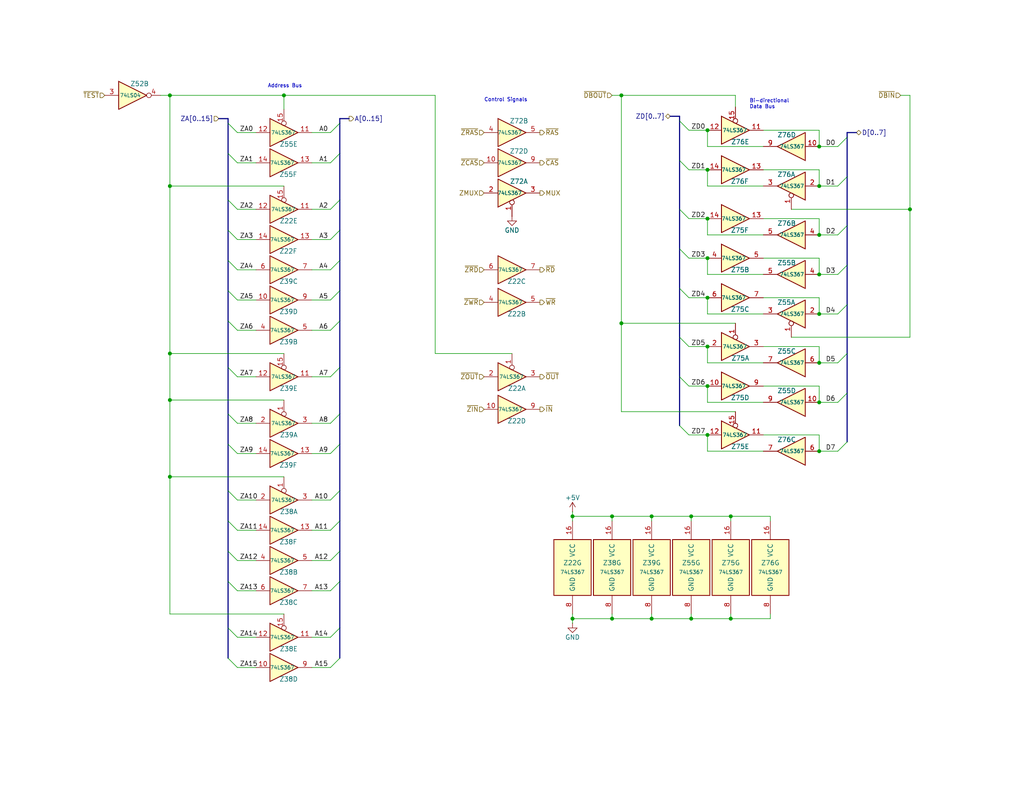
<source format=kicad_sch>
(kicad_sch (version 20231120) (generator "eeschema") (generator_version "8.0")
  (paper "USLetter")
  (title_block (title "TRS-80 Model I Rev A") (date "2024-11-20") (rev "E1A-A") (company "RetroStack - Marcel Erz") (comment 2 "Isolation circuit to use ~{TEST} signal, dsconecting CPU from system") (comment 4 "CPU Gating"))
  (lib_symbols
    (symbol "74xx:74LS04"
      (property "Reference" "U" (at 0 1.27 0))
      (property "Value" "74LS04" (at 0 -1.27 0))
      (symbol "74LS04_1_0"
        (polyline (pts (xy -3.81 3.81) (xy -3.81 -3.81) (xy 3.81 0) (xy -3.81 3.81)) (stroke (width 0.254)) (fill (type background)))
        (pin input line (at -7.62 0 0) (length 3.81) (name "~") (number "1"))
        (pin output inverted (at 7.62 0 180) (length 3.81) (name "~") (number "2"))
      )
      (symbol "74LS04_2_0"
        (polyline (pts (xy -3.81 3.81) (xy -3.81 -3.81) (xy 3.81 0) (xy -3.81 3.81)) (stroke (width 0.254)) (fill (type background)))
        (pin input line (at -7.62 0 0) (length 3.81) (name "~") (number "3"))
        (pin output inverted (at 7.62 0 180) (length 3.81) (name "~") (number "4"))
      )
      (symbol "74LS04_3_0"
        (polyline (pts (xy -3.81 3.81) (xy -3.81 -3.81) (xy 3.81 0) (xy -3.81 3.81)) (stroke (width 0.254)) (fill (type background)))
        (pin input line (at -7.62 0 0) (length 3.81) (name "~") (number "5"))
        (pin output inverted (at 7.62 0 180) (length 3.81) (name "~") (number "6"))
      )
      (symbol "74LS04_4_0"
        (polyline (pts (xy -3.81 3.81) (xy -3.81 -3.81) (xy 3.81 0) (xy -3.81 3.81)) (stroke (width 0.254)) (fill (type background)))
        (pin output inverted (at 7.62 0 180) (length 3.81) (name "~") (number "8"))
        (pin input line (at -7.62 0 0) (length 3.81) (name "~") (number "9"))
      )
      (symbol "74LS04_5_0"
        (polyline (pts (xy -3.81 3.81) (xy -3.81 -3.81) (xy 3.81 0) (xy -3.81 3.81)) (stroke (width 0.254)) (fill (type background)))
        (pin output inverted (at 7.62 0 180) (length 3.81) (name "~") (number "10"))
        (pin input line (at -7.62 0 0) (length 3.81) (name "~") (number "11"))
      )
      (symbol "74LS04_6_0"
        (polyline (pts (xy -3.81 3.81) (xy -3.81 -3.81) (xy 3.81 0) (xy -3.81 3.81)) (stroke (width 0.254)) (fill (type background)))
        (pin output inverted (at 7.62 0 180) (length 3.81) (name "~") (number "12"))
        (pin input line (at -7.62 0 0) (length 3.81) (name "~") (number "13"))
      )
      (symbol "74LS04_7_0"
        (pin power_in line (at 0 12.7 270) (length 5.08) (name "VCC") (number "14"))
        (pin power_in line (at 0 -12.7 90) (length 5.08) (name "GND") (number "7"))
      )
      (symbol "74LS04_7_1"
        (rectangle (start -5.08 7.62) (end 5.08 -7.62) (stroke (width 0.254)) (fill (type background)))
      )
    )
    (symbol "RetroStackLibrary:74LS367_Split" (pin_names (offset 1.016))
      (property "Reference" "U" (at 0 1.27 0))
      (property "Value" "74LS367" (at 0 -1.27 0))
      (symbol "74LS367_Split_1_0"
        (polyline (pts (xy -3.81 3.81) (xy -3.81 -3.81) (xy 3.81 0) (xy -3.81 3.81)) (stroke (width 0.254)) (fill (type background)))
        (pin input inverted (at 0 6.35 270) (length 4.445) (name "~") (number "1"))
        (pin input line (at -7.62 0 0) (length 3.81) (name "~") (number "2"))
        (pin tri_state line (at 7.62 0 180) (length 3.81) (name "~") (number "3"))
      )
      (symbol "74LS367_Split_2_0"
        (polyline (pts (xy -3.81 3.81) (xy -3.81 -3.81) (xy 3.81 0) (xy -3.81 3.81)) (stroke (width 0.254)) (fill (type background)))
        (pin input line (at -7.62 0 0) (length 3.81) (name "~") (number "4"))
        (pin tri_state line (at 7.62 0 180) (length 3.81) (name "~") (number "5"))
      )
      (symbol "74LS367_Split_3_0"
        (polyline (pts (xy -3.81 3.81) (xy -3.81 -3.81) (xy 3.81 0) (xy -3.81 3.81)) (stroke (width 0.254)) (fill (type background)))
        (pin input line (at -7.62 0 0) (length 3.81) (name "~") (number "6"))
        (pin tri_state line (at 7.62 0 180) (length 3.81) (name "~") (number "7"))
      )
      (symbol "74LS367_Split_4_0"
        (polyline (pts (xy -3.81 3.81) (xy -3.81 -3.81) (xy 3.81 0) (xy -3.81 3.81)) (stroke (width 0.254)) (fill (type background)))
        (pin input line (at -7.62 0 0) (length 3.81) (name "~") (number "10"))
        (pin tri_state line (at 7.62 0 180) (length 3.81) (name "~") (number "9"))
      )
      (symbol "74LS367_Split_5_0"
        (polyline (pts (xy -3.175 -2.54) (xy -3.175 -10.16) (xy 4.445 -6.35) (xy -3.175 -2.54)) (stroke (width 0.254)) (fill (type background)))
        (pin tri_state line (at 8.255 -6.35 180) (length 3.81) (name "~") (number "11"))
        (pin input line (at -6.985 -6.35 0) (length 3.81) (name "~") (number "12"))
        (pin input inverted (at 0.635 0 270) (length 4.445) (name "~") (number "15"))
      )
      (symbol "74LS367_Split_6_0"
        (polyline (pts (xy -3.81 3.81) (xy -3.81 -3.81) (xy 3.81 0) (xy -3.81 3.81)) (stroke (width 0.254)) (fill (type background)))
        (pin tri_state line (at 7.62 0 180) (length 3.81) (name "~") (number "13"))
        (pin input line (at -7.62 0 0) (length 3.81) (name "~") (number "14"))
      )
      (symbol "74LS367_Split_7_0"
        (pin power_in line (at 0 1.905 270) (length 5.08) (name "VCC") (number "16"))
        (pin power_in line (at 0 -23.495 90) (length 5.08) (name "GND") (number "8"))
      )
      (symbol "74LS367_Split_7_1"
        (rectangle (start -5.08 -3.175) (end 5.08 -18.415) (stroke (width 0.254)) (fill (type background)))
      )
    )
    (symbol "power:+5V" (power) (pin_numbers hide) (pin_names (offset 0) hide)
      (property "Value" "+5V" (at 0 3.556 0))
      (symbol "+5V_0_1"
        (polyline (pts (xy -0.762 1.27) (xy 0 2.54)))
        (polyline (pts (xy 0 0) (xy 0 2.54)))
        (polyline (pts (xy 0 2.54) (xy 0.762 1.27)))
      )
      (symbol "+5V_1_1"
        (pin power_in line (at 0 0 90) (length 0) (name "~") (number "1"))
      )
    )
    (symbol "power:GND" (power) (pin_numbers hide) (pin_names (offset 0) hide)
      (property "Value" "GND" (at 0 -3.81 0))
      (symbol "GND_0_1"
        (polyline (pts (xy 0 0) (xy 0 -1.27) (xy 1.27 -1.27) (xy 0 -2.54) (xy -1.27 -1.27) (xy 0 -1.27)))
      )
      (symbol "GND_1_1"
        (pin power_in line (at 0 0 270) (length 0) (name "~") (number "1"))
      )
    )
  )
  (junction (at 156.21 140.97))
  (junction (at 77.47 26.035))
  (junction (at 193.04 35.56))
  (junction (at 193.04 46.355))
  (junction (at 223.52 40.005))
  (junction (at 223.52 64.135))
  (junction (at 248.285 57.15))
  (junction (at 193.04 105.41))
  (junction (at 223.52 50.8))
  (junction (at 193.04 59.69))
  (junction (at 46.355 50.8))
  (junction (at 223.52 99.06))
  (junction (at 193.04 81.28))
  (junction (at 169.545 26.035))
  (junction (at 193.04 70.485))
  (junction (at 199.39 168.91))
  (junction (at 156.21 168.91))
  (junction (at 46.355 96.52))
  (junction (at 188.595 168.91))
  (junction (at 167.005 168.91))
  (junction (at 199.39 140.97))
  (junction (at 193.04 118.745))
  (junction (at 223.52 109.855))
  (junction (at 167.005 140.97))
  (junction (at 193.04 94.615))
  (junction (at 46.355 109.22))
  (junction (at 223.52 123.19))
  (junction (at 177.8 140.97))
  (junction (at 223.52 85.725))
  (junction (at 177.8 168.91))
  (junction (at 46.355 26.035))
  (junction (at 188.595 140.97))
  (junction (at 223.52 74.93))
  (junction (at 46.355 130.175))
  (junction (at 169.545 88.265))
  (bus_entry (at 228.6 109.855) (size 2.54 -2.54))
  (bus_entry (at 90.17 115.57) (size 2.54 -2.54))
  (bus_entry (at 228.6 99.06) (size 2.54 -2.54))
  (bus_entry (at 228.6 85.725) (size 2.54 -2.54))
  (bus_entry (at 90.17 90.17) (size 2.54 -2.54))
  (bus_entry (at 64.77 153.035) (size -2.54 -2.54))
  (bus_entry (at 228.6 74.93) (size 2.54 -2.54))
  (bus_entry (at 90.17 73.66) (size 2.54 -2.54))
  (bus_entry (at 64.77 123.825) (size -2.54 -2.54))
  (bus_entry (at 64.77 57.15) (size -2.54 -2.54))
  (bus_entry (at 187.96 105.41) (size -2.54 -2.54))
  (bus_entry (at 90.17 123.825) (size 2.54 -2.54))
  (bus_entry (at 90.17 136.525) (size 2.54 -2.54))
  (bus_entry (at 187.96 35.56) (size -2.54 -2.54))
  (bus_entry (at 187.96 59.69) (size -2.54 -2.54))
  (bus_entry (at 64.77 136.525) (size -2.54 -2.54))
  (bus_entry (at 90.17 182.245) (size 2.54 -2.54))
  (bus_entry (at 228.6 40.005) (size 2.54 -2.54))
  (bus_entry (at 64.77 90.17) (size -2.54 -2.54))
  (bus_entry (at 64.77 81.915) (size -2.54 -2.54))
  (bus_entry (at 64.77 36.195) (size -2.54 -2.54))
  (bus_entry (at 64.77 73.66) (size -2.54 -2.54))
  (bus_entry (at 228.6 123.19) (size 2.54 -2.54))
  (bus_entry (at 90.17 173.99) (size 2.54 -2.54))
  (bus_entry (at 90.17 65.405) (size 2.54 -2.54))
  (bus_entry (at 228.6 64.135) (size 2.54 -2.54))
  (bus_entry (at 187.96 81.28) (size -2.54 -2.54))
  (bus_entry (at 64.77 182.245) (size -2.54 -2.54))
  (bus_entry (at 64.77 173.99) (size -2.54 -2.54))
  (bus_entry (at 90.17 153.035) (size 2.54 -2.54))
  (bus_entry (at 64.77 144.78) (size -2.54 -2.54))
  (bus_entry (at 228.6 50.8) (size 2.54 -2.54))
  (bus_entry (at 64.77 161.29) (size -2.54 -2.54))
  (bus_entry (at 90.17 81.915) (size 2.54 -2.54))
  (bus_entry (at 90.17 161.29) (size 2.54 -2.54))
  (bus_entry (at 64.77 65.405) (size -2.54 -2.54))
  (bus_entry (at 90.17 102.87) (size 2.54 -2.54))
  (bus_entry (at 90.17 44.45) (size 2.54 -2.54))
  (bus_entry (at 187.96 94.615) (size -2.54 -2.54))
  (bus_entry (at 187.96 46.355) (size -2.54 -2.54))
  (bus_entry (at 187.96 70.485) (size -2.54 -2.54))
  (bus_entry (at 187.96 118.745) (size -2.54 -2.54))
  (bus_entry (at 90.17 144.78) (size 2.54 -2.54))
  (bus_entry (at 90.17 57.15) (size 2.54 -2.54))
  (bus_entry (at 90.17 36.195) (size 2.54 -2.54))
  (bus_entry (at 64.77 44.45) (size -2.54 -2.54))
  (bus_entry (at 64.77 115.57) (size -2.54 -2.54))
  (bus_entry (at 64.77 102.87) (size -2.54 -2.54))
  (wire (pts (xy 77.47 167.64) (xy 46.355 167.64)))
  (wire (pts (xy 64.77 36.195) (xy 69.85 36.195)))
  (bus (pts (xy 185.42 102.87) (xy 185.42 116.205)))
  (bus (pts (xy 92.71 79.375) (xy 92.71 71.12)))
  (wire (pts (xy 90.17 161.29) (xy 85.09 161.29)))
  (wire (pts (xy 228.6 40.005) (xy 223.52 40.005)))
  (wire (pts (xy 193.04 109.855) (xy 193.04 105.41)))
  (wire (pts (xy 187.96 94.615) (xy 193.04 94.615)))
  (bus (pts (xy 185.42 43.815) (xy 185.42 33.02)))
  (wire (pts (xy 90.17 44.45) (xy 85.09 44.45)))
  (wire (pts (xy 169.545 88.265) (xy 169.545 26.035)))
  (wire (pts (xy 167.005 140.97) (xy 167.005 142.24)))
  (wire (pts (xy 210.185 142.24) (xy 210.185 140.97)))
  (wire (pts (xy 208.28 118.745) (xy 223.52 118.745)))
  (wire (pts (xy 85.09 90.17) (xy 90.17 90.17)))
  (bus (pts (xy 92.71 62.865) (xy 92.71 54.61)))
  (wire (pts (xy 64.77 73.66) (xy 69.85 73.66)))
  (wire (pts (xy 228.6 50.8) (xy 223.52 50.8)))
  (wire (pts (xy 64.77 182.245) (xy 69.85 182.245)))
  (wire (pts (xy 169.545 112.395) (xy 169.545 88.265)))
  (wire (pts (xy 187.96 81.28) (xy 193.04 81.28)))
  (wire (pts (xy 167.005 168.91) (xy 177.8 168.91)))
  (wire (pts (xy 215.9 92.075) (xy 248.285 92.075)))
  (wire (pts (xy 187.96 105.41) (xy 193.04 105.41)))
  (wire (pts (xy 90.17 173.99) (xy 85.09 173.99)))
  (wire (pts (xy 208.28 94.615) (xy 223.52 94.615)))
  (wire (pts (xy 210.185 140.97) (xy 199.39 140.97)))
  (wire (pts (xy 64.77 136.525) (xy 69.85 136.525)))
  (wire (pts (xy 85.09 123.825) (xy 90.17 123.825)))
  (wire (pts (xy 223.52 118.745) (xy 223.52 123.19)))
  (wire (pts (xy 77.47 130.175) (xy 46.355 130.175)))
  (bus (pts (xy 231.14 72.39) (xy 231.14 61.595)))
  (bus (pts (xy 62.23 71.12) (xy 62.23 62.865)))
  (bus (pts (xy 92.71 158.75) (xy 92.71 150.495)))
  (bus (pts (xy 92.71 142.24) (xy 92.71 133.985)))
  (wire (pts (xy 228.6 99.06) (xy 223.52 99.06)))
  (bus (pts (xy 62.23 100.33) (xy 62.23 87.63)))
  (wire (pts (xy 90.17 65.405) (xy 85.09 65.405)))
  (wire (pts (xy 64.77 115.57) (xy 69.85 115.57)))
  (wire (pts (xy 77.47 26.035) (xy 77.47 29.845)))
  (wire (pts (xy 64.77 144.78) (xy 69.85 144.78)))
  (wire (pts (xy 208.28 109.855) (xy 193.04 109.855)))
  (wire (pts (xy 208.28 70.485) (xy 223.52 70.485)))
  (wire (pts (xy 64.77 153.035) (xy 69.85 153.035)))
  (bus (pts (xy 185.42 78.74) (xy 185.42 67.945)))
  (bus (pts (xy 62.23 87.63) (xy 62.23 79.375)))
  (bus (pts (xy 62.23 150.495) (xy 62.23 142.24)))
  (wire (pts (xy 223.52 81.28) (xy 223.52 85.725)))
  (bus (pts (xy 92.71 100.33) (xy 92.71 87.63)))
  (wire (pts (xy 46.355 26.035) (xy 77.47 26.035)))
  (wire (pts (xy 64.77 57.15) (xy 69.85 57.15)))
  (wire (pts (xy 193.04 64.135) (xy 193.04 59.69)))
  (wire (pts (xy 167.005 167.64) (xy 167.005 168.91)))
  (wire (pts (xy 156.21 139.7) (xy 156.21 140.97)))
  (wire (pts (xy 210.185 168.91) (xy 199.39 168.91)))
  (wire (pts (xy 228.6 123.19) (xy 223.52 123.19)))
  (bus (pts (xy 92.71 41.91) (xy 92.71 33.655)))
  (wire (pts (xy 188.595 140.97) (xy 177.8 140.97)))
  (wire (pts (xy 156.21 170.18) (xy 156.21 168.91)))
  (bus (pts (xy 92.71 113.03) (xy 92.71 100.33)))
  (wire (pts (xy 118.745 26.035) (xy 118.745 96.52)))
  (wire (pts (xy 223.52 35.56) (xy 223.52 40.005)))
  (wire (pts (xy 223.52 70.485) (xy 223.52 74.93)))
  (wire (pts (xy 199.39 140.97) (xy 199.39 142.24)))
  (wire (pts (xy 199.39 167.64) (xy 199.39 168.91)))
  (wire (pts (xy 200.66 112.395) (xy 169.545 112.395)))
  (bus (pts (xy 231.14 83.185) (xy 231.14 72.39)))
  (wire (pts (xy 169.545 26.035) (xy 200.66 26.035)))
  (wire (pts (xy 46.355 130.175) (xy 46.355 109.22)))
  (wire (pts (xy 215.9 57.15) (xy 248.285 57.15)))
  (wire (pts (xy 193.04 123.19) (xy 193.04 118.745)))
  (wire (pts (xy 77.47 50.8) (xy 46.355 50.8)))
  (wire (pts (xy 208.28 59.69) (xy 223.52 59.69)))
  (wire (pts (xy 188.595 168.91) (xy 199.39 168.91)))
  (wire (pts (xy 208.28 74.93) (xy 193.04 74.93)))
  (wire (pts (xy 90.17 153.035) (xy 85.09 153.035)))
  (bus (pts (xy 62.23 113.03) (xy 62.23 100.33)))
  (wire (pts (xy 64.77 65.405) (xy 69.85 65.405)))
  (wire (pts (xy 228.6 85.725) (xy 223.52 85.725)))
  (wire (pts (xy 64.77 173.99) (xy 69.85 173.99)))
  (wire (pts (xy 199.39 140.97) (xy 188.595 140.97)))
  (wire (pts (xy 210.185 167.64) (xy 210.185 168.91)))
  (wire (pts (xy 208.28 99.06) (xy 193.04 99.06)))
  (bus (pts (xy 62.23 171.45) (xy 62.23 158.75)))
  (bus (pts (xy 62.23 41.91) (xy 62.23 33.655)))
  (wire (pts (xy 46.355 167.64) (xy 46.355 130.175)))
  (bus (pts (xy 233.68 36.195) (xy 231.14 36.195)))
  (wire (pts (xy 228.6 64.135) (xy 223.52 64.135)))
  (wire (pts (xy 208.28 64.135) (xy 193.04 64.135)))
  (wire (pts (xy 46.355 109.22) (xy 46.355 96.52)))
  (wire (pts (xy 46.355 50.8) (xy 46.355 26.035)))
  (wire (pts (xy 193.04 50.8) (xy 193.04 46.355)))
  (bus (pts (xy 185.42 78.74) (xy 185.42 92.075)))
  (wire (pts (xy 156.21 168.91) (xy 167.005 168.91)))
  (wire (pts (xy 248.285 26.035) (xy 245.745 26.035)))
  (bus (pts (xy 62.23 62.865) (xy 62.23 54.61)))
  (wire (pts (xy 177.8 140.97) (xy 167.005 140.97)))
  (wire (pts (xy 223.52 59.69) (xy 223.52 64.135)))
  (wire (pts (xy 90.17 115.57) (xy 85.09 115.57)))
  (wire (pts (xy 90.17 36.195) (xy 85.09 36.195)))
  (wire (pts (xy 43.815 26.035) (xy 46.355 26.035)))
  (bus (pts (xy 231.14 83.185) (xy 231.14 96.52)))
  (bus (pts (xy 92.71 171.45) (xy 92.71 158.75)))
  (wire (pts (xy 85.09 182.245) (xy 90.17 182.245)))
  (bus (pts (xy 95.25 32.385) (xy 92.71 32.385)))
  (bus (pts (xy 185.42 67.945) (xy 185.42 57.15)))
  (wire (pts (xy 118.745 26.035) (xy 77.47 26.035)))
  (wire (pts (xy 64.77 44.45) (xy 69.85 44.45)))
  (wire (pts (xy 64.77 102.87) (xy 69.85 102.87)))
  (wire (pts (xy 208.28 123.19) (xy 193.04 123.19)))
  (wire (pts (xy 156.21 140.97) (xy 156.21 142.24)))
  (wire (pts (xy 177.8 168.91) (xy 188.595 168.91)))
  (wire (pts (xy 85.09 102.87) (xy 90.17 102.87)))
  (wire (pts (xy 208.28 81.28) (xy 223.52 81.28)))
  (wire (pts (xy 223.52 46.355) (xy 223.52 50.8)))
  (bus (pts (xy 92.71 150.495) (xy 92.71 142.24)))
  (wire (pts (xy 248.285 92.075) (xy 248.285 57.15)))
  (wire (pts (xy 77.47 96.52) (xy 46.355 96.52)))
  (wire (pts (xy 228.6 74.93) (xy 223.52 74.93)))
  (wire (pts (xy 193.04 99.06) (xy 193.04 94.615)))
  (wire (pts (xy 208.28 46.355) (xy 223.52 46.355)))
  (bus (pts (xy 92.71 133.985) (xy 92.71 121.285)))
  (bus (pts (xy 182.88 31.75) (xy 185.42 31.75)))
  (wire (pts (xy 167.005 140.97) (xy 156.21 140.97)))
  (bus (pts (xy 92.71 71.12) (xy 92.71 62.865)))
  (wire (pts (xy 187.96 46.355) (xy 193.04 46.355)))
  (bus (pts (xy 92.71 54.61) (xy 92.71 41.91)))
  (bus (pts (xy 231.14 61.595) (xy 231.14 48.26)))
  (wire (pts (xy 193.04 85.725) (xy 193.04 81.28)))
  (bus (pts (xy 185.42 92.075) (xy 185.42 102.87)))
  (wire (pts (xy 177.8 140.97) (xy 177.8 142.24)))
  (bus (pts (xy 62.23 142.24) (xy 62.23 133.985)))
  (wire (pts (xy 193.04 74.93) (xy 193.04 70.485)))
  (wire (pts (xy 188.595 140.97) (xy 188.595 142.24)))
  (wire (pts (xy 208.28 50.8) (xy 193.04 50.8)))
  (wire (pts (xy 90.17 73.66) (xy 85.09 73.66)))
  (bus (pts (xy 92.71 121.285) (xy 92.71 113.03)))
  (wire (pts (xy 208.28 85.725) (xy 193.04 85.725)))
  (wire (pts (xy 208.28 40.005) (xy 193.04 40.005)))
  (wire (pts (xy 188.595 167.64) (xy 188.595 168.91)))
  (wire (pts (xy 64.77 161.29) (xy 69.85 161.29)))
  (bus (pts (xy 62.23 79.375) (xy 62.23 71.12)))
  (wire (pts (xy 200.66 88.265) (xy 169.545 88.265)))
  (bus (pts (xy 92.71 87.63) (xy 92.71 79.375)))
  (bus (pts (xy 231.14 48.26) (xy 231.14 37.465)))
  (bus (pts (xy 62.23 121.285) (xy 62.23 113.03)))
  (bus (pts (xy 231.14 96.52) (xy 231.14 107.315)))
  (wire (pts (xy 64.77 81.915) (xy 69.85 81.915)))
  (bus (pts (xy 92.71 33.655) (xy 92.71 32.385)))
  (wire (pts (xy 167.005 26.035) (xy 169.545 26.035)))
  (wire (pts (xy 64.77 123.825) (xy 69.85 123.825)))
  (bus (pts (xy 62.23 179.705) (xy 62.23 171.45)))
  (bus (pts (xy 62.23 33.655) (xy 62.23 32.385)))
  (bus (pts (xy 92.71 179.705) (xy 92.71 171.45)))
  (wire (pts (xy 177.8 167.64) (xy 177.8 168.91)))
  (bus (pts (xy 185.42 33.02) (xy 185.42 31.75)))
  (wire (pts (xy 187.96 118.745) (xy 193.04 118.745)))
  (wire (pts (xy 208.28 105.41) (xy 223.52 105.41)))
  (wire (pts (xy 187.96 70.485) (xy 193.04 70.485)))
  (wire (pts (xy 77.47 109.22) (xy 46.355 109.22)))
  (bus (pts (xy 62.23 158.75) (xy 62.23 150.495)))
  (wire (pts (xy 46.355 96.52) (xy 46.355 50.8)))
  (wire (pts (xy 64.77 90.17) (xy 69.85 90.17)))
  (wire (pts (xy 90.17 136.525) (xy 85.09 136.525)))
  (wire (pts (xy 90.17 57.15) (xy 85.09 57.15)))
  (wire (pts (xy 193.04 40.005) (xy 193.04 35.56)))
  (bus (pts (xy 59.69 32.385) (xy 62.23 32.385)))
  (bus (pts (xy 62.23 54.61) (xy 62.23 41.91)))
  (wire (pts (xy 200.66 26.035) (xy 200.66 29.21)))
  (wire (pts (xy 139.7 96.52) (xy 118.745 96.52)))
  (wire (pts (xy 248.285 57.15) (xy 248.285 26.035)))
  (bus (pts (xy 231.14 107.315) (xy 231.14 120.65)))
  (bus (pts (xy 231.14 37.465) (xy 231.14 36.195)))
  (wire (pts (xy 223.52 94.615) (xy 223.52 99.06)))
  (wire (pts (xy 90.17 81.915) (xy 85.09 81.915)))
  (wire (pts (xy 156.21 168.91) (xy 156.21 167.64)))
  (wire (pts (xy 90.17 144.78) (xy 85.09 144.78)))
  (wire (pts (xy 228.6 109.855) (xy 223.52 109.855)))
  (bus (pts (xy 185.42 57.15) (xy 185.42 43.815)))
  (wire (pts (xy 187.96 59.69) (xy 193.04 59.69)))
  (wire (pts (xy 223.52 105.41) (xy 223.52 109.855)))
  (wire (pts (xy 208.28 35.56) (xy 223.52 35.56)))
  (bus (pts (xy 62.23 133.985) (xy 62.23 121.285)))
  (wire (pts (xy 187.96 35.56) (xy 193.04 35.56)))
  (text "Bi-directional\nData Bus" (at 204.47 29.845 0) (effects (font (size 1 1)) (justify left bottom)))
  (text "Address Bus" (at 73.025 24.13 0) (effects (font (size 1 1)) (justify left bottom)))
  (text "Control Signals" (at 132.08 27.94 0) (effects (font (size 1 1)) (justify left bottom)))
  (label "ZA8" (at 65.405 115.57 0))
  (label "ZD2" (at 188.595 59.69 0))
  (label "ZA0" (at 65.405 36.195 0))
  (label "A3" (at 89.535 65.405 180))
  (label "ZA4" (at 65.405 73.66 0))
  (label "D7" (at 227.965 123.19 180))
  (label "ZA9" (at 65.405 123.825 0))
  (label "ZA11" (at 65.405 144.78 0))
  (label "ZD3" (at 188.595 70.485 0))
  (label "D3" (at 227.965 74.93 180))
  (label "ZA6" (at 65.405 90.17 0))
  (label "A12" (at 89.535 153.035 180))
  (label "ZD7" (at 188.595 118.745 0))
  (label "A5" (at 89.535 81.915 180))
  (label "D5" (at 227.965 99.06 180))
  (label "ZA2" (at 65.405 57.15 0))
  (label "ZA3" (at 65.405 65.405 0))
  (label "D0" (at 227.965 40.005 180))
  (label "ZA10" (at 65.405 136.525 0))
  (label "D2" (at 227.965 64.135 180))
  (label "A9" (at 89.535 123.825 180))
  (label "ZA13" (at 65.405 161.29 0))
  (label "A7" (at 89.535 102.87 180))
  (label "A6" (at 89.535 90.17 180))
  (label "D1" (at 227.965 50.8 180))
  (label "ZD6" (at 188.595 105.41 0))
  (label "A13" (at 89.535 161.29 180))
  (label "A15" (at 89.535 182.245 180))
  (label "A14" (at 89.535 173.99 180))
  (label "A10" (at 89.535 136.525 180))
  (label "ZD1" (at 188.595 46.355 0))
  (label "D6" (at 227.965 109.855 180))
  (label "ZA5" (at 65.405 81.915 0))
  (label "A1" (at 89.535 44.45 180))
  (label "A0" (at 89.535 36.195 180))
  (label "A2" (at 89.535 57.15 180))
  (label "ZD4" (at 188.595 81.28 0))
  (label "ZA15" (at 65.405 182.245 0))
  (label "ZA12" (at 65.405 153.035 0))
  (label "A4" (at 89.535 73.66 180))
  (label "ZA7" (at 65.405 102.87 0))
  (label "A8" (at 89.535 115.57 180))
  (label "ZD0" (at 188.595 35.56 0))
  (label "A11" (at 89.535 144.78 180))
  (label "ZA1" (at 65.405 44.45 0))
  (label "D4" (at 227.965 85.725 180))
  (label "ZA14" (at 65.405 173.99 0))
  (label "ZD5" (at 188.595 94.615 0))
  (hierarchical_label "ZD[0..7]" (shape bidirectional) (at 182.88 31.75 180))
  (hierarchical_label "~{ZRD}" (shape input) (at 132.08 73.66 180))
  (hierarchical_label "~{ZIN}" (shape input) (at 132.08 111.76 180))
  (hierarchical_label "~{ZCAS}" (shape input) (at 132.08 44.45 180))
  (hierarchical_label "~{RD}" (shape output) (at 147.32 73.66 0))
  (hierarchical_label "~{WR}" (shape output) (at 147.32 82.55 0))
  (hierarchical_label "~{TEST}" (shape input) (at 28.575 26.035 180))
  (hierarchical_label "MUX" (shape output) (at 147.32 52.705 0))
  (hierarchical_label "~{ZRAS}" (shape input) (at 132.08 36.195 180))
  (hierarchical_label "~{CAS}" (shape output) (at 147.32 44.45 0))
  (hierarchical_label "ZA[0..15]" (shape input) (at 59.69 32.385 180))
  (hierarchical_label "~{OUT}" (shape output) (at 147.32 102.87 0))
  (hierarchical_label "D[0..7]" (shape bidirectional) (at 233.68 36.195 0))
  (hierarchical_label "ZMUX" (shape input) (at 132.08 52.705 180))
  (hierarchical_label "~{DBOUT}" (shape input) (at 167.005 26.035 180))
  (hierarchical_label "~{IN}" (shape output) (at 147.32 111.76 0))
  (hierarchical_label "~{ZWR}" (shape input) (at 132.08 82.55 180))
  (hierarchical_label "A[0..15]" (shape output) (at 95.25 32.385 0))
  (hierarchical_label "~{DBIN}" (shape input) (at 245.745 26.035 180))
  (hierarchical_label "~{RAS}" (shape output) (at 147.32 36.195 0))
  (hierarchical_label "~{ZOUT}" (shape input) (at 132.08 102.87 180))
  (symbol (lib_id "RetroStackLibrary:74LS367_Split") (at 188.595 144.145 0) (unit 7)
    (property "Reference" "Z55" (at 188.595 153.67 0))
    (property "Value" "74LS367" (at 188.595 156.21 0) (effects (font (size 1 1))))
    (property "Footprint" "RetroStackLibrary:TRS80_Model_I_DIP16" (effects (hide yes)))
    (property "Datasheet" "https://www.ti.com/lit/ds/symlink/sn74ls367a.pdf" (effects (hide yes)))
  )
  (symbol (lib_id "power:GND") (at 156.21 170.18 0) (unit 1)
    (property "Reference" "#PWR0112" (effects (hide yes)))
    (property "Value" "GND" (at 156.21 173.99 0))
    (property "Description" "Power symbol creates a global label with name \"GND\" , ground" (effects (hide yes)))
  )
  (symbol (lib_id "RetroStackLibrary:74LS367_Split") (at 200.66 46.355 0) (unit 6)
    (property "Reference" "Z76" (at 199.39 49.53 0) (effects (justify left)))
    (property "Value" "74LS367" (at 196.85 46.355 0) (effects (font (size 1 1)) (justify left)))
    (property "Footprint" "RetroStackLibrary:TRS80_Model_I_DIP16" (effects (hide yes)))
    (property "Datasheet" "https://www.ti.com/lit/ds/symlink/sn74ls367a.pdf" (effects (hide yes)))
  )
  (symbol (lib_id "RetroStackLibrary:74LS367_Split") (at 200.66 70.485 0) (unit 2)
    (property "Reference" "Z75" (at 199.39 73.66 0) (effects (justify left)))
    (property "Value" "74LS367" (at 196.85 70.485 0) (effects (font (size 1 1)) (justify left)))
    (property "Footprint" "RetroStackLibrary:TRS80_Model_I_DIP16" (effects (hide yes)))
    (property "Datasheet" "https://www.ti.com/lit/ds/symlink/sn74ls367a.pdf" (effects (hide yes)))
  )
  (symbol (lib_id "RetroStackLibrary:74LS367_Split") (at 76.835 50.8 0) (unit 5)
    (property "Reference" "Z22" (at 81.28 60.325 0) (effects (justify right)))
    (property "Value" "74LS367" (at 80.645 57.15 0) (effects (font (size 1 1)) (justify right)))
    (property "Footprint" "RetroStackLibrary:TRS80_Model_I_DIP16" (effects (hide yes)))
    (property "Datasheet" "https://www.ti.com/lit/ds/symlink/sn74ls367a.pdf" (effects (hide yes)))
  )
  (symbol (lib_id "RetroStackLibrary:74LS367_Split") (at 76.835 96.52 0) (unit 5)
    (property "Reference" "Z39" (at 81.28 106.045 0) (effects (justify right)))
    (property "Value" "74LS367" (at 80.645 102.87 0) (effects (font (size 1 1)) (justify right)))
    (property "Footprint" "RetroStackLibrary:TRS80_Model_I_DIP16" (effects (hide yes)))
    (property "Datasheet" "https://www.ti.com/lit/ds/symlink/sn74ls367a.pdf" (effects (hide yes)))
  )
  (symbol (lib_id "RetroStackLibrary:74LS367_Split") (at 139.7 36.195 0) (unit 2)
    (property "Reference" "Z72" (at 141.605 33.02 0))
    (property "Value" "74LS367" (at 139.065 36.195 0) (effects (font (size 1 1))))
    (property "Footprint" "RetroStackLibrary:TRS80_Model_I_DIP16" (effects (hide yes)))
    (property "Datasheet" "https://www.ti.com/lit/ds/symlink/sn74ls367a.pdf" (effects (hide yes)))
  )
  (symbol (lib_id "RetroStackLibrary:74LS367_Split") (at 77.47 123.825 0) (unit 6)
    (property "Reference" "Z39" (at 76.2 127 0) (effects (justify left)))
    (property "Value" "74LS367" (at 73.66 123.825 0) (effects (font (size 1 1)) (justify left)))
    (property "Footprint" "RetroStackLibrary:TRS80_Model_I_DIP16" (effects (hide yes)))
    (property "Datasheet" "https://www.ti.com/lit/ds/symlink/sn74ls367a.pdf" (effects (hide yes)))
  )
  (symbol (lib_id "RetroStackLibrary:74LS367_Split") (at 77.47 115.57 0) (unit 1)
    (property "Reference" "Z39" (at 81.28 118.745 0) (effects (justify right)))
    (property "Value" "74LS367" (at 80.645 115.57 0) (effects (font (size 1 1)) (justify right)))
    (property "Footprint" "RetroStackLibrary:TRS80_Model_I_DIP16" (effects (hide yes)))
    (property "Datasheet" "https://www.ti.com/lit/ds/symlink/sn74ls367a.pdf" (effects (hide yes)))
  )
  (symbol (lib_id "RetroStackLibrary:74LS367_Split") (at 200.025 29.21 0) (unit 5)
    (property "Reference" "Z76" (at 204.47 38.735 0) (effects (justify right)))
    (property "Value" "74LS367" (at 203.835 35.56 0) (effects (font (size 1 1)) (justify right)))
    (property "Footprint" "RetroStackLibrary:TRS80_Model_I_DIP16" (effects (hide yes)))
    (property "Datasheet" "https://www.ti.com/lit/ds/symlink/sn74ls367a.pdf" (effects (hide yes)))
  )
  (symbol (lib_id "RetroStackLibrary:74LS367_Split") (at 77.47 44.45 0) (unit 6)
    (property "Reference" "Z55" (at 76.2 47.625 0) (effects (justify left)))
    (property "Value" "74LS367" (at 73.66 44.45 0) (effects (font (size 1 1)) (justify left)))
    (property "Footprint" "RetroStackLibrary:TRS80_Model_I_DIP16" (effects (hide yes)))
    (property "Datasheet" "https://www.ti.com/lit/ds/symlink/sn74ls367a.pdf" (effects (hide yes)))
  )
  (symbol (lib_id "RetroStackLibrary:74LS367_Split") (at 139.7 111.76 0) (unit 4)
    (property "Reference" "Z22" (at 138.43 114.935 0) (effects (justify left)))
    (property "Value" "74LS367" (at 135.89 111.76 0) (effects (font (size 1 1)) (justify left)))
    (property "Footprint" "RetroStackLibrary:TRS80_Model_I_DIP16" (effects (hide yes)))
    (property "Datasheet" "https://www.ti.com/lit/ds/symlink/sn74ls367a.pdf" (effects (hide yes)))
  )
  (symbol (lib_id "RetroStackLibrary:74LS367_Split") (at 215.9 74.93 180) (unit 2)
    (property "Reference" "Z55" (at 212.09 71.755 0) (effects (justify right)))
    (property "Value" "74LS367" (at 212.725 74.93 0) (effects (font (size 1 1)) (justify right)))
    (property "Footprint" "RetroStackLibrary:TRS80_Model_I_DIP16" (effects (hide yes)))
    (property "Datasheet" "https://www.ti.com/lit/ds/symlink/sn74ls367a.pdf" (effects (hide yes)))
  )
  (symbol (lib_id "RetroStackLibrary:74LS367_Split") (at 200.66 59.69 0) (unit 6)
    (property "Reference" "Z75" (at 199.39 62.865 0) (effects (justify left)))
    (property "Value" "74LS367" (at 196.85 59.69 0) (effects (font (size 1 1)) (justify left)))
    (property "Footprint" "RetroStackLibrary:TRS80_Model_I_DIP16" (effects (hide yes)))
    (property "Datasheet" "https://www.ti.com/lit/ds/symlink/sn74ls367a.pdf" (effects (hide yes)))
  )
  (symbol (lib_id "RetroStackLibrary:74LS367_Split") (at 200.025 112.395 0) (unit 5)
    (property "Reference" "Z75" (at 204.47 121.92 0) (effects (justify right)))
    (property "Value" "74LS367" (at 203.835 118.745 0) (effects (font (size 1 1)) (justify right)))
    (property "Footprint" "RetroStackLibrary:TRS80_Model_I_DIP16" (effects (hide yes)))
    (property "Datasheet" "https://www.ti.com/lit/ds/symlink/sn74ls367a.pdf" (effects (hide yes)))
  )
  (symbol (lib_id "RetroStackLibrary:74LS367_Split") (at 177.8 144.145 0) (unit 7)
    (property "Reference" "Z39" (at 177.8 153.67 0))
    (property "Value" "74LS367" (at 177.8 156.21 0) (effects (font (size 1 1))))
    (property "Footprint" "RetroStackLibrary:TRS80_Model_I_DIP16" (effects (hide yes)))
    (property "Datasheet" "https://www.ti.com/lit/ds/symlink/sn74ls367a.pdf" (effects (hide yes)))
  )
  (symbol (lib_id "RetroStackLibrary:74LS367_Split") (at 77.47 161.29 0) (unit 3)
    (property "Reference" "Z38" (at 76.2 164.465 0) (effects (justify left)))
    (property "Value" "74LS367" (at 73.66 161.29 0) (effects (font (size 1 1)) (justify left)))
    (property "Footprint" "RetroStackLibrary:TRS80_Model_I_DIP16" (effects (hide yes)))
    (property "Datasheet" "https://www.ti.com/lit/ds/symlink/sn74ls367a.pdf" (effects (hide yes)))
  )
  (symbol (lib_id "RetroStackLibrary:74LS367_Split") (at 139.7 82.55 0) (unit 2)
    (property "Reference" "Z22" (at 138.43 85.725 0) (effects (justify left)))
    (property "Value" "74LS367" (at 135.89 82.55 0) (effects (font (size 1 1)) (justify left)))
    (property "Footprint" "RetroStackLibrary:TRS80_Model_I_DIP16" (effects (hide yes)))
    (property "Datasheet" "https://www.ti.com/lit/ds/symlink/sn74ls367a.pdf" (effects (hide yes)))
  )
  (symbol (lib_id "RetroStackLibrary:74LS367_Split") (at 200.66 81.28 0) (unit 3)
    (property "Reference" "Z75" (at 199.39 84.455 0) (effects (justify left)))
    (property "Value" "74LS367" (at 196.85 81.28 0) (effects (font (size 1 1)) (justify left)))
    (property "Footprint" "RetroStackLibrary:TRS80_Model_I_DIP16" (effects (hide yes)))
    (property "Datasheet" "https://www.ti.com/lit/ds/symlink/sn74ls367a.pdf" (effects (hide yes)))
  )
  (symbol (lib_id "74xx:74LS04") (at 36.195 26.035 0) (unit 2)
    (property "Reference" "Z52" (at 38.1 22.86 0))
    (property "Value" "74LS04" (at 35.56 26.035 0) (effects (font (size 1 1))))
    (property "Footprint" "RetroStackLibrary:TRS80_Model_I_DIP14" (effects (hide yes)))
    (property "Datasheet" "http://www.ti.com/lit/gpn/sn74LS04" (effects (hide yes)))
  )
  (symbol (lib_id "RetroStackLibrary:74LS367_Split") (at 76.835 167.64 0) (unit 5)
    (property "Reference" "Z38" (at 81.28 177.165 0) (effects (justify right)))
    (property "Value" "74LS367" (at 73.66 173.99 0) (effects (font (size 1 1)) (justify left)))
    (property "Footprint" "RetroStackLibrary:TRS80_Model_I_DIP16" (effects (hide yes)))
    (property "Datasheet" "https://www.ti.com/lit/ds/symlink/sn74ls367a.pdf" (effects (hide yes)))
  )
  (symbol (lib_id "RetroStackLibrary:74LS367_Split") (at 77.47 182.245 0) (unit 4)
    (property "Reference" "Z38" (at 76.2 185.42 0) (effects (justify left)))
    (property "Value" "74LS367" (at 73.66 182.245 0) (effects (font (size 1 1)) (justify left)))
    (property "Footprint" "RetroStackLibrary:TRS80_Model_I_DIP16" (effects (hide yes)))
    (property "Datasheet" "https://www.ti.com/lit/ds/symlink/sn74ls367a.pdf" (effects (hide yes)))
  )
  (symbol (lib_id "RetroStackLibrary:74LS367_Split") (at 215.9 109.855 180) (unit 4)
    (property "Reference" "Z55" (at 212.09 106.68 0) (effects (justify right)))
    (property "Value" "74LS367" (at 212.725 109.855 0) (effects (font (size 1 1)) (justify right)))
    (property "Footprint" "RetroStackLibrary:TRS80_Model_I_DIP16" (effects (hide yes)))
    (property "Datasheet" "https://www.ti.com/lit/ds/symlink/sn74ls367a.pdf" (effects (hide yes)))
  )
  (symbol (lib_id "RetroStackLibrary:74LS367_Split") (at 215.9 40.005 180) (unit 4)
    (property "Reference" "Z76" (at 212.09 36.83 0) (effects (justify right)))
    (property "Value" "74LS367" (at 212.725 40.005 0) (effects (font (size 1 1)) (justify right)))
    (property "Footprint" "RetroStackLibrary:TRS80_Model_I_DIP16" (effects (hide yes)))
    (property "Datasheet" "https://www.ti.com/lit/ds/symlink/sn74ls367a.pdf" (effects (hide yes)))
  )
  (symbol (lib_id "power:GND") (at 139.7 59.055 0) (unit 1)
    (property "Reference" "#PWR08" (effects (hide yes)))
    (property "Value" "GND" (at 139.7 62.865 0))
    (property "Description" "Power symbol creates a global label with name \"GND\" , ground" (effects (hide yes)))
  )
  (symbol (lib_id "RetroStackLibrary:74LS367_Split") (at 200.66 105.41 0) (unit 4)
    (property "Reference" "Z75" (at 199.39 108.585 0) (effects (justify left)))
    (property "Value" "74LS367" (at 196.85 105.41 0) (effects (font (size 1 1)) (justify left)))
    (property "Footprint" "RetroStackLibrary:TRS80_Model_I_DIP16" (effects (hide yes)))
    (property "Datasheet" "https://www.ti.com/lit/ds/symlink/sn74ls367a.pdf" (effects (hide yes)))
  )
  (symbol (lib_id "RetroStackLibrary:74LS367_Split") (at 139.7 73.66 0) (unit 3)
    (property "Reference" "Z22" (at 138.43 76.835 0) (effects (justify left)))
    (property "Value" "74LS367" (at 135.89 73.66 0) (effects (font (size 1 1)) (justify left)))
    (property "Footprint" "RetroStackLibrary:TRS80_Model_I_DIP16" (effects (hide yes)))
    (property "Datasheet" "https://www.ti.com/lit/ds/symlink/sn74ls367a.pdf" (effects (hide yes)))
  )
  (symbol (lib_id "RetroStackLibrary:74LS367_Split") (at 199.39 144.145 0) (unit 7)
    (property "Reference" "Z75" (at 199.39 153.67 0))
    (property "Value" "74LS367" (at 199.39 156.21 0) (effects (font (size 1 1))))
    (property "Footprint" "RetroStackLibrary:TRS80_Model_I_DIP16" (effects (hide yes)))
    (property "Datasheet" "https://www.ti.com/lit/ds/symlink/sn74ls367a.pdf" (effects (hide yes)))
  )
  (symbol (lib_id "RetroStackLibrary:74LS367_Split") (at 210.185 144.145 0) (unit 7)
    (property "Reference" "Z76" (at 210.185 153.67 0))
    (property "Value" "74LS367" (at 210.185 156.21 0) (effects (font (size 1 1))))
    (property "Footprint" "RetroStackLibrary:TRS80_Model_I_DIP16" (effects (hide yes)))
    (property "Datasheet" "https://www.ti.com/lit/ds/symlink/sn74ls367a.pdf" (effects (hide yes)))
  )
  (symbol (lib_id "RetroStackLibrary:74LS367_Split") (at 167.005 144.145 0) (unit 7)
    (property "Reference" "Z38" (at 167.005 153.67 0))
    (property "Value" "74LS367" (at 167.005 156.21 0) (effects (font (size 1 1))))
    (property "Footprint" "RetroStackLibrary:TRS80_Model_I_DIP16" (effects (hide yes)))
    (property "Datasheet" "https://www.ti.com/lit/ds/symlink/sn74ls367a.pdf" (effects (hide yes)))
  )
  (symbol (lib_id "RetroStackLibrary:74LS367_Split") (at 77.47 136.525 0) (unit 1)
    (property "Reference" "Z38" (at 81.28 139.7 0) (effects (justify right)))
    (property "Value" "74LS367" (at 80.645 136.525 0) (effects (font (size 1 1)) (justify right)))
    (property "Footprint" "RetroStackLibrary:TRS80_Model_I_DIP16" (effects (hide yes)))
    (property "Datasheet" "https://www.ti.com/lit/ds/symlink/sn74ls367a.pdf" (effects (hide yes)))
  )
  (symbol (lib_id "RetroStackLibrary:74LS367_Split") (at 77.47 144.78 0) (unit 6)
    (property "Reference" "Z38" (at 76.2 147.955 0) (effects (justify left)))
    (property "Value" "74LS367" (at 73.66 144.78 0) (effects (font (size 1 1)) (justify left)))
    (property "Footprint" "RetroStackLibrary:TRS80_Model_I_DIP16" (effects (hide yes)))
    (property "Datasheet" "https://www.ti.com/lit/ds/symlink/sn74ls367a.pdf" (effects (hide yes)))
  )
  (symbol (lib_id "RetroStackLibrary:74LS367_Split") (at 215.9 85.725 180) (unit 1)
    (property "Reference" "Z55" (at 212.09 82.55 0) (effects (justify right)))
    (property "Value" "74LS367" (at 212.725 85.725 0) (effects (font (size 1 1)) (justify right)))
    (property "Footprint" "RetroStackLibrary:TRS80_Model_I_DIP16" (effects (hide yes)))
    (property "Datasheet" "https://www.ti.com/lit/ds/symlink/sn74ls367a.pdf" (effects (hide yes)))
  )
  (symbol (lib_id "RetroStackLibrary:74LS367_Split") (at 77.47 81.915 0) (unit 4)
    (property "Reference" "Z39" (at 76.2 85.09 0) (effects (justify left)))
    (property "Value" "74LS367" (at 73.66 81.915 0) (effects (font (size 1 1)) (justify left)))
    (property "Footprint" "RetroStackLibrary:TRS80_Model_I_DIP16" (effects (hide yes)))
    (property "Datasheet" "https://www.ti.com/lit/ds/symlink/sn74ls367a.pdf" (effects (hide yes)))
  )
  (symbol (lib_id "RetroStackLibrary:74LS367_Split") (at 77.47 153.035 0) (unit 2)
    (property "Reference" "Z38" (at 76.2 156.21 0) (effects (justify left)))
    (property "Value" "74LS367" (at 73.66 153.035 0) (effects (font (size 1 1)) (justify left)))
    (property "Footprint" "RetroStackLibrary:TRS80_Model_I_DIP16" (effects (hide yes)))
    (property "Datasheet" "https://www.ti.com/lit/ds/symlink/sn74ls367a.pdf" (effects (hide yes)))
  )
  (symbol (lib_id "RetroStackLibrary:74LS367_Split") (at 77.47 90.17 0) (unit 2)
    (property "Reference" "Z39" (at 76.2 93.345 0) (effects (justify left)))
    (property "Value" "74LS367" (at 73.66 90.17 0) (effects (font (size 1 1)) (justify left)))
    (property "Footprint" "RetroStackLibrary:TRS80_Model_I_DIP16" (effects (hide yes)))
    (property "Datasheet" "https://www.ti.com/lit/ds/symlink/sn74ls367a.pdf" (effects (hide yes)))
  )
  (symbol (lib_id "RetroStackLibrary:74LS367_Split") (at 139.7 102.87 0) (unit 1)
    (property "Reference" "Z22" (at 143.51 106.045 0) (effects (justify right)))
    (property "Value" "74LS367" (at 142.875 102.87 0) (effects (font (size 1 1)) (justify right)))
    (property "Footprint" "RetroStackLibrary:TRS80_Model_I_DIP16" (effects (hide yes)))
    (property "Datasheet" "https://www.ti.com/lit/ds/symlink/sn74ls367a.pdf" (effects (hide yes)))
  )
  (symbol (lib_id "RetroStackLibrary:74LS367_Split") (at 76.835 29.845 0) (unit 5)
    (property "Reference" "Z55" (at 81.28 39.37 0) (effects (justify right)))
    (property "Value" "74LS367" (at 80.645 36.195 0) (effects (font (size 1 1)) (justify right)))
    (property "Footprint" "RetroStackLibrary:TRS80_Model_I_DIP16" (effects (hide yes)))
    (property "Datasheet" "https://www.ti.com/lit/ds/symlink/sn74ls367a.pdf" (effects (hide yes)))
  )
  (symbol (lib_id "power:+5V") (at 156.21 139.7 0) (unit 1)
    (property "Reference" "#PWR0111" (effects (hide yes)))
    (property "Value" "+5V" (at 156.21 135.89 0))
    (property "Description" "Power symbol creates a global label with name \"+5V\"" (effects (hide yes)))
  )
  (symbol (lib_id "RetroStackLibrary:74LS367_Split") (at 215.9 99.06 180) (unit 3)
    (property "Reference" "Z55" (at 212.09 95.885 0) (effects (justify right)))
    (property "Value" "74LS367" (at 212.725 99.06 0) (effects (font (size 1 1)) (justify right)))
    (property "Footprint" "RetroStackLibrary:TRS80_Model_I_DIP16" (effects (hide yes)))
    (property "Datasheet" "https://www.ti.com/lit/ds/symlink/sn74ls367a.pdf" (effects (hide yes)))
  )
  (symbol (lib_id "RetroStackLibrary:74LS367_Split") (at 77.47 65.405 0) (unit 6)
    (property "Reference" "Z22" (at 76.2 68.58 0) (effects (justify left)))
    (property "Value" "74LS367" (at 73.66 65.405 0) (effects (font (size 1 1)) (justify left)))
    (property "Footprint" "RetroStackLibrary:TRS80_Model_I_DIP16" (effects (hide yes)))
    (property "Datasheet" "https://www.ti.com/lit/ds/symlink/sn74ls367a.pdf" (effects (hide yes)))
  )
  (symbol (lib_id "RetroStackLibrary:74LS367_Split") (at 215.9 50.8 180) (unit 1)
    (property "Reference" "Z76" (at 212.09 47.625 0) (effects (justify right)))
    (property "Value" "74LS367" (at 212.725 50.8 0) (effects (font (size 1 1)) (justify right)))
    (property "Footprint" "RetroStackLibrary:TRS80_Model_I_DIP16" (effects (hide yes)))
    (property "Datasheet" "https://www.ti.com/lit/ds/symlink/sn74ls367a.pdf" (effects (hide yes)))
  )
  (symbol (lib_id "RetroStackLibrary:74LS367_Split") (at 215.9 64.135 180) (unit 2)
    (property "Reference" "Z76" (at 212.09 60.96 0) (effects (justify right)))
    (property "Value" "74LS367" (at 212.725 64.135 0) (effects (font (size 1 1)) (justify right)))
    (property "Footprint" "RetroStackLibrary:TRS80_Model_I_DIP16" (effects (hide yes)))
    (property "Datasheet" "https://www.ti.com/lit/ds/symlink/sn74ls367a.pdf" (effects (hide yes)))
  )
  (symbol (lib_id "RetroStackLibrary:74LS367_Split") (at 156.21 144.145 0) (unit 7)
    (property "Reference" "Z22" (at 156.21 153.67 0))
    (property "Value" "74LS367" (at 156.21 156.21 0) (effects (font (size 1 1))))
    (property "Footprint" "RetroStackLibrary:TRS80_Model_I_DIP16" (effects (hide yes)))
    (property "Datasheet" "https://www.ti.com/lit/ds/symlink/sn74ls367a.pdf" (effects (hide yes)))
  )
  (symbol (lib_id "RetroStackLibrary:74LS367_Split") (at 139.7 44.45 0) (unit 4)
    (property "Reference" "Z72" (at 141.605 41.275 0))
    (property "Value" "74LS367" (at 139.065 44.45 0) (effects (font (size 1 1))))
    (property "Footprint" "RetroStackLibrary:TRS80_Model_I_DIP16" (effects (hide yes)))
    (property "Datasheet" "https://www.ti.com/lit/ds/symlink/sn74ls367a.pdf" (effects (hide yes)))
  )
  (symbol (lib_id "RetroStackLibrary:74LS367_Split") (at 200.66 94.615 0) (unit 1)
    (property "Reference" "Z75" (at 204.47 97.79 0) (effects (justify right)))
    (property "Value" "74LS367" (at 203.835 94.615 0) (effects (font (size 1 1)) (justify right)))
    (property "Footprint" "RetroStackLibrary:TRS80_Model_I_DIP16" (effects (hide yes)))
    (property "Datasheet" "https://www.ti.com/lit/ds/symlink/sn74ls367a.pdf" (effects (hide yes)))
  )
  (symbol (lib_id "RetroStackLibrary:74LS367_Split") (at 77.47 73.66 0) (unit 3)
    (property "Reference" "Z39" (at 76.2 76.835 0) (effects (justify left)))
    (property "Value" "74LS367" (at 73.66 73.66 0) (effects (font (size 1 1)) (justify left)))
    (property "Footprint" "RetroStackLibrary:TRS80_Model_I_DIP16" (effects (hide yes)))
    (property "Datasheet" "https://www.ti.com/lit/ds/symlink/sn74ls367a.pdf" (effects (hide yes)))
  )
  (symbol (lib_id "RetroStackLibrary:74LS367_Split") (at 215.9 123.19 180) (unit 3)
    (property "Reference" "Z76" (at 212.09 120.015 0) (effects (justify right)))
    (property "Value" "74LS367" (at 212.725 123.19 0) (effects (font (size 1 1)) (justify right)))
    (property "Footprint" "RetroStackLibrary:TRS80_Model_I_DIP16" (effects (hide yes)))
    (property "Datasheet" "https://www.ti.com/lit/ds/symlink/sn74ls367a.pdf" (effects (hide yes)))
  )
  (symbol (lib_id "RetroStackLibrary:74LS367_Split") (at 139.7 52.705 0) (mirror x) (unit 1)
    (property "Reference" "Z72" (at 141.605 49.53 0))
    (property "Value" "74LS367" (at 139.065 52.705 0) (effects (font (size 1 1))))
    (property "Footprint" "RetroStackLibrary:TRS80_Model_I_DIP16" (effects (hide yes)))
    (property "Datasheet" "https://www.ti.com/lit/ds/symlink/sn74ls367a.pdf" (effects (hide yes)))
  )
)
</source>
